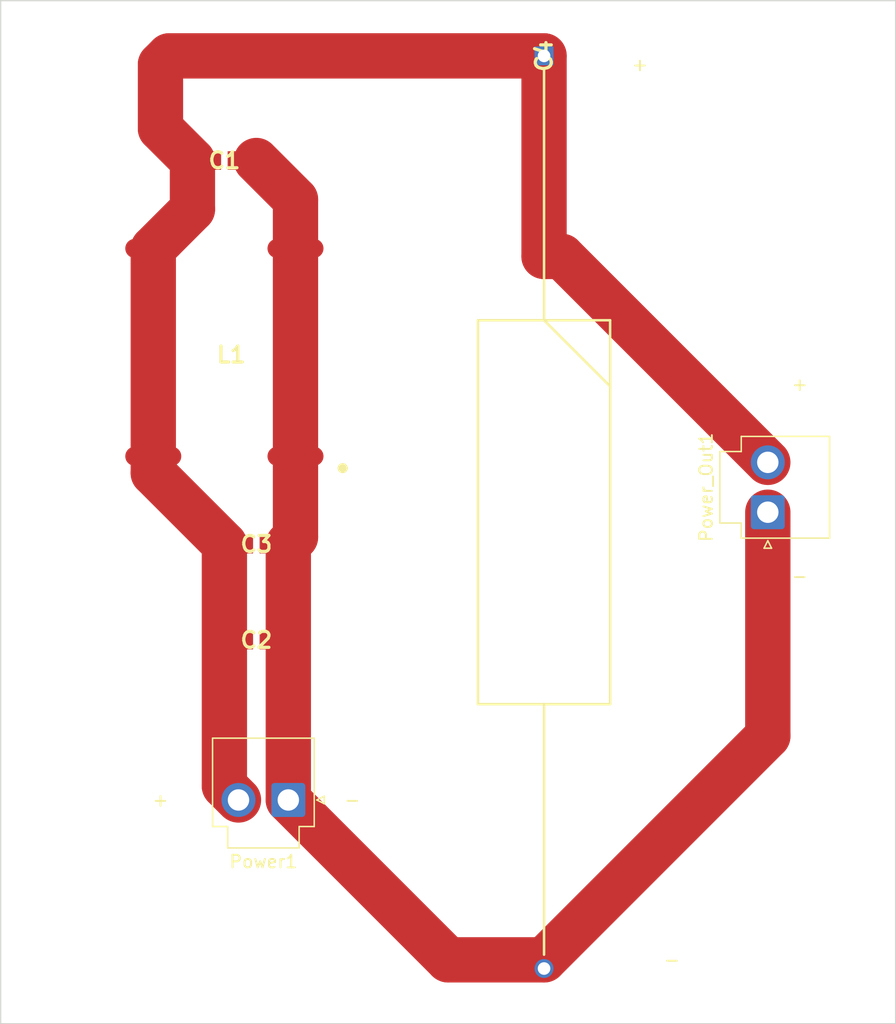
<source format=kicad_pcb>
(kicad_pcb (version 20211014) (generator pcbnew)
  (layers (0 "F.Cu" signal) (31 "B.Cu" signal) (34 "B.Paste" user) (35 "F.Paste" user) (36 "B.SilkS" user "B.Silkscreen") (37 "F.SilkS" user "F.Silkscreen") (38 "B.Mask" user) (39 "F.Mask" user) (44 "Edge.Cuts" user))
  (net 0 "")
  (net 1 "Net-(C1-Pad1)")
  (net 2 "Net-(C1-Pad2)")
  (footprint "SamacSys_Parts:P0420NLT" (layer "F.Cu") (at 157.48 88.9 180)
    (fp_text reference "L1" (at -0.545 -0.192) (layer "F.SilkS") (effects (font (size 1.27 1.27) (thickness 0.254))))
    (fp_text value "P0420NL" hide)
    (fp_line (start -9.6 -9.2) (end -9.6 -9.2) (layer "F.SilkS") (width 0.4))
    (fp_line (start -9.2 -9.2) (end -9.2 -9.2) (layer "F.SilkS") (width 0.4))
    (fp_arc (start -9.6 -9.2) (mid -9.4 -9.4) (end -9.2 -9.2) (layer "F.SilkS") (width 0.4))
    (fp_arc (start -9.2 -9.2) (mid -9.4 -9) (end -9.6 -9.2) (layer "F.SilkS") (width 0.4))
    (pad "1" smd oval locked (at -5.65 -8.255 270) (size 1.52 4.45) (layers "F.Cu" "F.Paste" "F.Mask") (net 2 "Net-(C1-Pad2)"))
    (pad "2" smd oval locked (at -5.65 8.255 270) (size 1.52 4.45) (layers "F.Cu" "F.Paste" "F.Mask") (net 2 "Net-(C1-Pad2)"))
    (pad "3" smd oval locked (at 5.65 -8.255 270) (size 1.52 4.45) (layers "F.Cu" "F.Paste" "F.Mask") (net 1 "Net-(C1-Pad1)"))
    (pad "4" smd oval locked (at 5.65 8.255 270) (size 1.52 4.45) (layers "F.Cu" "F.Paste" "F.Mask") (net 1 "Net-(C1-Pad1)"))
  )
  (footprint "SamacSys_Parts:CAPC2012X145N" (layer "F.Cu") (at 160.02 111.76)
    (fp_text reference "C2" (at 0 0) (layer "F.SilkS") (effects (font (size 1.27 1.27) (thickness 0.254))))
    (fp_text value "2.2uF" hide)
    (pad "1" smd rect locked (at -0.81 0) (size 1.1 1.47) (layers "F.Cu" "F.Paste" "F.Mask") (net 1 "Net-(C1-Pad1)"))
    (pad "2" smd rect locked (at 0.81 0) (size 1.1 1.47) (layers "F.Cu" "F.Paste" "F.Mask") (net 2 "Net-(C1-Pad2)"))
  )
  (footprint "SamacSys_Parts:CAPPA7250W80L3050D1050" (layer "F.Cu") (at 182.88 65.35 -90)
    (fp_text reference "C4" (at 0 0 -90) (layer "F.SilkS") (effects (font (size 1.27 1.27) (thickness 0.254))))
    (fp_text value "220uF" hide)
    (fp_line (start 1.1 0) (end 21 0) (layer "F.SilkS") (width 0.2))
    (fp_line (start 21 -5.25) (end 51.5 -5.25) (layer "F.SilkS") (width 0.2))
    (fp_line (start 51.5 0) (end 71.4 0) (layer "F.SilkS") (width 0.2))
    (fp_line (start 51.5 -5.25) (end 51.5 5.25) (layer "F.SilkS") (width 0.2))
    (fp_line (start 21 0) (end 26.25 -5.25) (layer "F.SilkS") (width 0.2))
    (fp_line (start 51.5 5.25) (end 21 5.25) (layer "F.SilkS") (width 0.2))
    (fp_line (start 21 5.25) (end 21 -5.25) (layer "F.SilkS") (width 0.2))
    (pad "1" thru_hole rect locked (at 0 0 270) (size 1.5 1.5) (drill 1) (layers *.Cu *.Mask) (net 1 "Net-(C1-Pad1)"))
    (pad "2" thru_hole circle locked (at 72.5 0 270) (size 1.5 1.5) (drill 1) (layers *.Cu *.Mask) (net 2 "Net-(C1-Pad2)"))
  )
  (footprint "Connector_JST:JST_VH_B2P-VH-B_1x02_P3.96mm_Vertical" (layer "F.Cu") (at 162.56 124.46 180)
    (fp_text reference "Power1" (at 1.98 -4.9) (layer "F.SilkS"))
    (fp_text value "Conn_01x02")
    (fp_line (start 4.82 -3.81) (end 4.82 -2.11) (layer "F.SilkS") (width 0.12))
    (fp_line (start -0.86 -2.11) (end -0.86 -3.81) (layer "F.SilkS") (width 0.12))
    (fp_line (start -2.86 -0.3) (end -2.26 0) (layer "F.SilkS") (width 0.12))
    (fp_line (start -2.26 0) (end -2.86 0.3) (layer "F.SilkS") (width 0.12))
    (fp_line (start -2.06 4.91) (end -2.06 -2.11) (layer "F.SilkS") (width 0.12))
    (fp_line (start 6.02 -2.11) (end 6.02 4.91) (layer "F.SilkS") (width 0.12))
    (fp_line (start 4.82 -2.11) (end 6.02 -2.11) (layer "F.SilkS") (width 0.12))
    (fp_line (start -2.86 0.3) (end -2.86 -0.3) (layer "F.SilkS") (width 0.12))
    (fp_line (start -0.86 -3.81) (end 4.82 -3.81) (layer "F.SilkS") (width 0.12))
    (fp_line (start -2.06 -2.11) (end -0.86 -2.11) (layer "F.SilkS") (width 0.12))
    (fp_line (start 6.02 4.91) (end -2.06 4.91) (layer "F.SilkS") (width 0.12))
    (pad "1" thru_hole roundrect (at 0 0 180) (size 2.7 2.7) (drill 1.7) (layers *.Cu *.Mask) (roundrect_rratio 0.09259296296) (net 2 "Net-(C1-Pad2)"))
    (pad "2" thru_hole circle (at 3.96 0 180) (size 2.7 2.7) (drill 1.7) (layers *.Cu *.Mask) (net 1 "Net-(C1-Pad1)"))
  )
  (footprint "Connector_JST:JST_VH_B2P-VH_1x02_P3.96mm_Vertical" (layer "F.Cu") (at 200.66 101.6 90)
    (fp_text reference "Power_Out1" (at 1.98 -4.9 90) (layer "F.SilkS"))
    (fp_text value "Conn_01x02")
    (fp_line (start 6.02 -2.11) (end 6.02 4.91) (layer "F.SilkS") (width 0.12))
    (fp_line (start -2.06 -2.11) (end -0.86 -2.11) (layer "F.SilkS") (width 0.12))
    (fp_line (start 4.82 -2.11) (end 6.02 -2.11) (layer "F.SilkS") (width 0.12))
    (fp_line (start 6.02 4.91) (end -2.06 4.91) (layer "F.SilkS") (width 0.12))
    (fp_line (start -2.26 0) (end -2.86 0.3) (layer "F.SilkS") (width 0.12))
    (fp_line (start 4.82 -3.81) (end 4.82 -2.11) (layer "F.SilkS") (width 0.12))
    (fp_line (start -2.86 -0.3) (end -2.26 0) (layer "F.SilkS") (width 0.12))
    (fp_line (start -2.06 4.91) (end -2.06 -2.11) (layer "F.SilkS") (width 0.12))
    (fp_line (start -0.86 -3.81) (end 4.82 -3.81) (layer "F.SilkS") (width 0.12))
    (fp_line (start -2.86 0.3) (end -2.86 -0.3) (layer "F.SilkS") (width 0.12))
    (fp_line (start -0.86 -2.11) (end -0.86 -3.81) (layer "F.SilkS") (width 0.12))
    (pad "1" thru_hole roundrect (at 0 0 90) (size 2.7 2.7) (drill 1.7) (layers *.Cu *.Mask) (roundrect_rratio 0.09259296296) (net 2 "Net-(C1-Pad2)"))
    (pad "2" thru_hole circle (at 3.96 0 90) (size 2.7 2.7) (drill 1.7) (layers *.Cu *.Mask) (net 1 "Net-(C1-Pad1)"))
  )
  (footprint "SamacSys_Parts:CAPC2012X145N" (layer "F.Cu") (at 160.02 104.14)
    (fp_text reference "C3" (at 0 0) (layer "F.SilkS") (effects (font (size 1.27 1.27) (thickness 0.254))))
    (fp_text value "2.2uF" hide)
    (pad "1" smd rect locked (at -0.81 0) (size 1.1 1.47) (layers "F.Cu" "F.Paste" "F.Mask") (net 1 "Net-(C1-Pad1)"))
    (pad "2" smd rect locked (at 0.81 0) (size 1.1 1.47) (layers "F.Cu" "F.Paste" "F.Mask") (net 2 "Net-(C1-Pad2)"))
  )
  (footprint "SamacSys_Parts:CAPC2012X145N" (layer "F.Cu") (at 157.48 73.66)
    (fp_text reference "C1" (at 0 0) (layer "F.SilkS") (effects (font (size 1.27 1.27) (thickness 0.254))))
    (fp_text value "2.2uF" hide)
    (pad "1" smd rect locked (at -0.81 0) (size 1.1 1.47) (layers "F.Cu" "F.Paste" "F.Mask") (net 1 "Net-(C1-Pad1)"))
    (pad "2" smd rect locked (at 0.81 0) (size 1.1 1.47) (layers "F.Cu" "F.Paste" "F.Mask") (net 2 "Net-(C1-Pad2)"))
  )
  (gr_rect (start 139.7 60.96) (end 210.82 142.24) (layer "Edge.Cuts") (width 0.1) (fill none))
  (gr_text "-" (at 167.64 124.46) (layer "F.SilkS") (effects (font (size 1 1))))
  (gr_text "+" (at 203.2 91.44) (layer "F.SilkS") (effects (font (size 1 1))))
  (gr_text "+" (at 152.4 124.46) (layer "F.SilkS") (effects (font (size 1 1))))
  (gr_text "-" (at 193.04 137.16) (layer "F.SilkS") (effects (font (size 1 1))))
  (gr_text "-" (at 203.2 106.68) (layer "F.SilkS") (effects (font (size 1 1))))
  (gr_text "+" (at 190.5 66.04) (layer "F.SilkS") (effects (font (size 1 1))))
  (segment (start 157.48 104.14) (end 157.48 123.34) (width 3.6) (layer "F.Cu") (net 1))
  (segment (start 182.88 81.28) (end 184.3 81.28) (width 3.6) (layer "F.Cu") (net 1))
  (segment (start 184.3 81.28) (end 200.66 97.64) (width 3.6) (layer "F.Cu") (net 1))
  (segment (start 151.83 80.645) (end 151.83 97.155) (width 3.6) (layer "F.Cu") (net 1))
  (segment (start 152.4 71.12) (end 154.94 73.66) (width 3.6) (layer "F.Cu") (net 1))
  (segment (start 154.94 77.535) (end 151.83 80.645) (width 3.6) (layer "F.Cu") (net 1))
  (segment (start 152.4 66.04) (end 152.4 71.12) (width 3.6) (layer "F.Cu") (net 1))
  (segment (start 154.94 73.66) (end 154.94 77.535) (width 3.6) (layer "F.Cu") (net 1))
  (segment (start 151.83 98.49) (end 157.48 104.14) (width 3.6) (layer "F.Cu") (net 1))
  (segment (start 182.88 65.35) (end 182.88 81.28) (width 3.6) (layer "F.Cu") (net 1))
  (segment (start 182.88 65.35) (end 153.09 65.35) (width 3.6) (layer "F.Cu") (net 1))
  (segment (start 153.09 65.35) (end 152.4 66.04) (width 3.6) (layer "F.Cu") (net 1))
  (segment (start 157.48 123.34) (end 158.6 124.46) (width 3.6) (layer "F.Cu") (net 1))
  (segment (start 151.83 97.155) (end 151.83 98.49) (width 3.6) (layer "F.Cu") (net 1))
  (segment (start 200.66 101.6) (end 200.66 119.38) (width 3.6) (layer "F.Cu") (net 2))
  (segment (start 182.88 137.16) (end 200.66 119.38) (width 3.6) (layer "F.Cu") (net 2))
  (segment (start 163.13 103.57) (end 163.13 97.155) (width 3.6) (layer "F.Cu") (net 2))
  (segment (start 163.13 80.645) (end 163.13 97.155) (width 3.6) (layer "F.Cu") (net 2))
  (segment (start 162.56 124.46) (end 162.56 104.14) (width 3.6) (layer "F.Cu") (net 2))
  (segment (start 163.13 80.645) (end 163.13 76.77) (width 3.6) (layer "F.Cu") (net 2))
  (segment (start 162.56 104.14) (end 163.13 103.57) (width 3.6) (layer "F.Cu") (net 2))
  (segment (start 175.26 137.16) (end 182.88 137.16) (width 3.6) (layer "F.Cu") (net 2))
  (segment (start 163.13 76.77) (end 160.02 73.66) (width 3.6) (layer "F.Cu") (net 2))
  (segment (start 162.56 124.46) (end 175.26 137.16) (width 3.6) (layer "F.Cu") (net 2))
)
</source>
